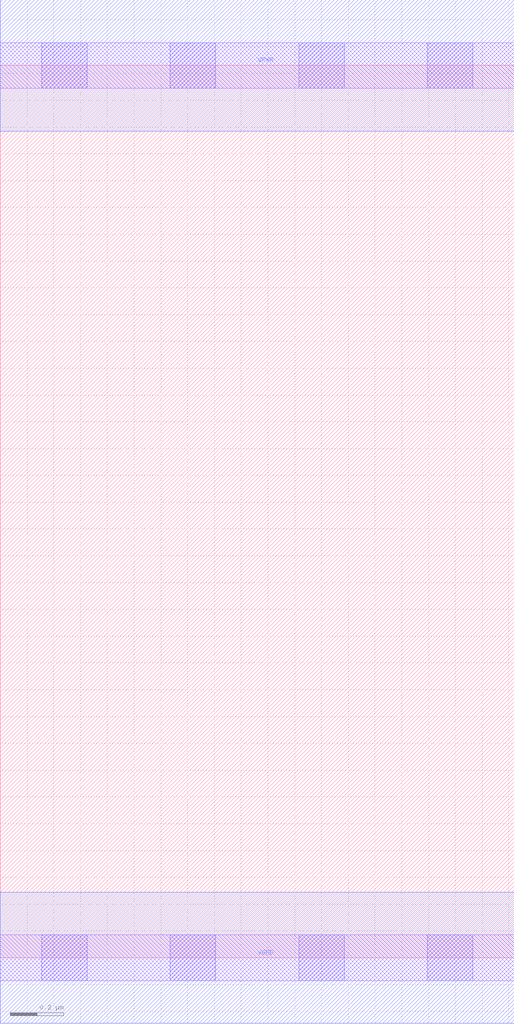
<source format=lef>
# Copyright 2020 The SkyWater PDK Authors
#
# Licensed under the Apache License, Version 2.0 (the "License");
# you may not use this file except in compliance with the License.
# You may obtain a copy of the License at
#
#     https://www.apache.org/licenses/LICENSE-2.0
#
# Unless required by applicable law or agreed to in writing, software
# distributed under the License is distributed on an "AS IS" BASIS,
# WITHOUT WARRANTIES OR CONDITIONS OF ANY KIND, either express or implied.
# See the License for the specific language governing permissions and
# limitations under the License.
#
# SPDX-License-Identifier: Apache-2.0

VERSION 5.7 ;
  NOWIREEXTENSIONATPIN ON ;
  DIVIDERCHAR "/" ;
  BUSBITCHARS "[]" ;
UNITS
  DATABASE MICRONS 200 ;
END UNITS
MACRO sky130_fd_sc_hs__fill_4
  CLASS CORE ;
  FOREIGN sky130_fd_sc_hs__fill_4 ;
  ORIGIN  0.000000  0.000000 ;
  SIZE  1.920000 BY  3.330000 ;
  SYMMETRY X Y ;
  SITE unit ;
  PIN VGND
    DIRECTION INOUT ;
    USE GROUND ;
    PORT
      LAYER met1 ;
        RECT 0.000000 -0.245000 1.920000 0.245000 ;
    END
  END VGND
  PIN VPWR
    DIRECTION INOUT ;
    USE POWER ;
    PORT
      LAYER met1 ;
        RECT 0.000000 3.085000 1.920000 3.575000 ;
    END
  END VPWR
  OBS
    LAYER li1 ;
      RECT 0.000000 -0.085000 1.920000 0.085000 ;
      RECT 0.000000  3.245000 1.920000 3.415000 ;
    LAYER mcon ;
      RECT 0.155000 -0.085000 0.325000 0.085000 ;
      RECT 0.155000  3.245000 0.325000 3.415000 ;
      RECT 0.635000 -0.085000 0.805000 0.085000 ;
      RECT 0.635000  3.245000 0.805000 3.415000 ;
      RECT 1.115000 -0.085000 1.285000 0.085000 ;
      RECT 1.115000  3.245000 1.285000 3.415000 ;
      RECT 1.595000 -0.085000 1.765000 0.085000 ;
      RECT 1.595000  3.245000 1.765000 3.415000 ;
  END
END sky130_fd_sc_hs__fill_4
END LIBRARY

</source>
